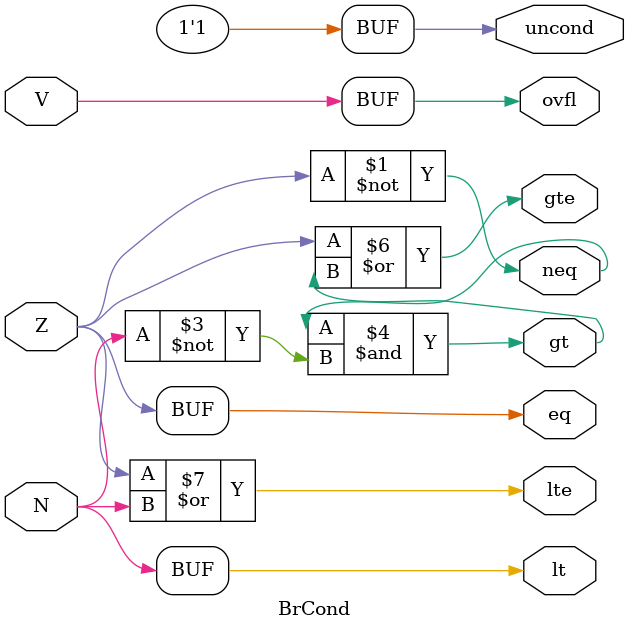
<source format=v>
module BrCond(Z, N, V, neq, eq, gt, lt, gte, lte, ovfl, uncond);

    input Z, N, V;
    output neq, eq, gt, lt, gte, lte, ovfl, uncond;

    assign neq = (Z == 0);
    assign eq = (Z == 1);
    assign gt = neq & (N == 0);
    assign lt = (N == 1);
    assign gte = eq | gt;
    assign lte = eq | lt;
    assign ovfl = (V == 1);
    assign uncond = 1;

endmodule
</source>
